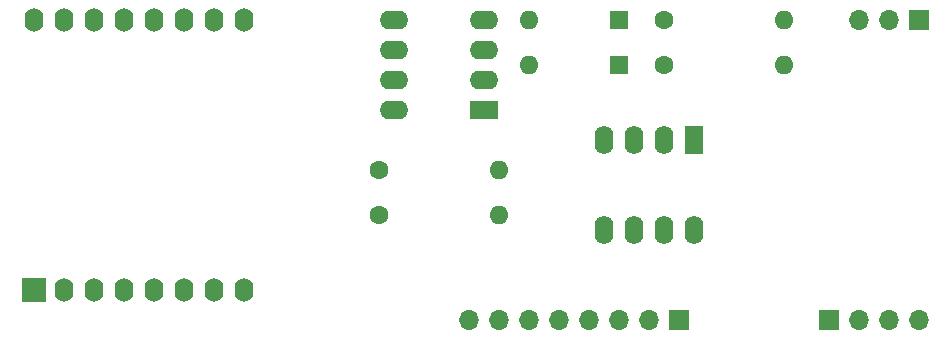
<source format=gbr>
G04 #@! TF.GenerationSoftware,KiCad,Pcbnew,(5.1.0)-1*
G04 #@! TF.CreationDate,2019-06-12T07:31:52+02:00*
G04 #@! TF.ProjectId,SRCtrl_V3,53524374-726c-45f5-9633-2e6b69636164,rev?*
G04 #@! TF.SameCoordinates,Original*
G04 #@! TF.FileFunction,Soldermask,Top*
G04 #@! TF.FilePolarity,Negative*
%FSLAX46Y46*%
G04 Gerber Fmt 4.6, Leading zero omitted, Abs format (unit mm)*
G04 Created by KiCad (PCBNEW (5.1.0)-1) date 2019-06-12 07:31:52*
%MOMM*%
%LPD*%
G04 APERTURE LIST*
%ADD10R,1.600000X2.400000*%
%ADD11O,1.600000X2.400000*%
%ADD12C,1.600000*%
%ADD13O,1.600000X1.600000*%
%ADD14O,1.600000X2.000000*%
%ADD15R,2.000000X2.000000*%
%ADD16O,1.700000X1.700000*%
%ADD17R,1.700000X1.700000*%
%ADD18O,2.400000X1.600000*%
%ADD19R,2.400000X1.600000*%
%ADD20R,1.600000X1.600000*%
G04 APERTURE END LIST*
D10*
G04 #@! TO.C,U3*
X149860000Y-39370000D03*
D11*
X142240000Y-46990000D03*
X147320000Y-39370000D03*
X144780000Y-46990000D03*
X144780000Y-39370000D03*
X147320000Y-46990000D03*
X142240000Y-39370000D03*
X149860000Y-46990000D03*
G04 #@! TD*
D12*
G04 #@! TO.C,R4*
X123190000Y-45720000D03*
D13*
X133350000Y-45720000D03*
G04 #@! TD*
D14*
G04 #@! TO.C,U2*
X96520000Y-52070000D03*
D15*
X93980000Y-52070000D03*
D14*
X99060000Y-52070000D03*
X101600000Y-52070000D03*
X104140000Y-52070000D03*
X106680000Y-52070000D03*
X109220000Y-52070000D03*
X111760000Y-52070000D03*
X111760000Y-29210000D03*
X109220000Y-29210000D03*
X106680000Y-29210000D03*
X104140000Y-29210000D03*
X101600000Y-29210000D03*
X99060000Y-29210000D03*
X96520000Y-29210000D03*
X93980000Y-29210000D03*
G04 #@! TD*
D16*
G04 #@! TO.C,J1*
X130810000Y-54610000D03*
X133350000Y-54610000D03*
X135890000Y-54610000D03*
X138430000Y-54610000D03*
X140970000Y-54610000D03*
X143510000Y-54610000D03*
X146050000Y-54610000D03*
D17*
X148590000Y-54610000D03*
G04 #@! TD*
D18*
G04 #@! TO.C,U1*
X124460000Y-36830000D03*
X132080000Y-29210000D03*
X124460000Y-34290000D03*
X132080000Y-31750000D03*
X124460000Y-31750000D03*
X132080000Y-34290000D03*
X124460000Y-29210000D03*
D19*
X132080000Y-36830000D03*
G04 #@! TD*
D13*
G04 #@! TO.C,D1*
X135890000Y-33020000D03*
D20*
X143510000Y-33020000D03*
G04 #@! TD*
G04 #@! TO.C,D2*
X143510000Y-29210000D03*
D13*
X135890000Y-29210000D03*
G04 #@! TD*
D16*
G04 #@! TO.C,J2*
X168910000Y-54610000D03*
X166370000Y-54610000D03*
X163830000Y-54610000D03*
D17*
X161290000Y-54610000D03*
G04 #@! TD*
D13*
G04 #@! TO.C,R1*
X157480000Y-33020000D03*
D12*
X147320000Y-33020000D03*
G04 #@! TD*
G04 #@! TO.C,R2*
X147320000Y-29210000D03*
D13*
X157480000Y-29210000D03*
G04 #@! TD*
G04 #@! TO.C,R3*
X133350000Y-41910000D03*
D12*
X123190000Y-41910000D03*
G04 #@! TD*
D16*
G04 #@! TO.C,J3*
X163830000Y-29210000D03*
X166370000Y-29210000D03*
D17*
X168910000Y-29210000D03*
G04 #@! TD*
M02*

</source>
